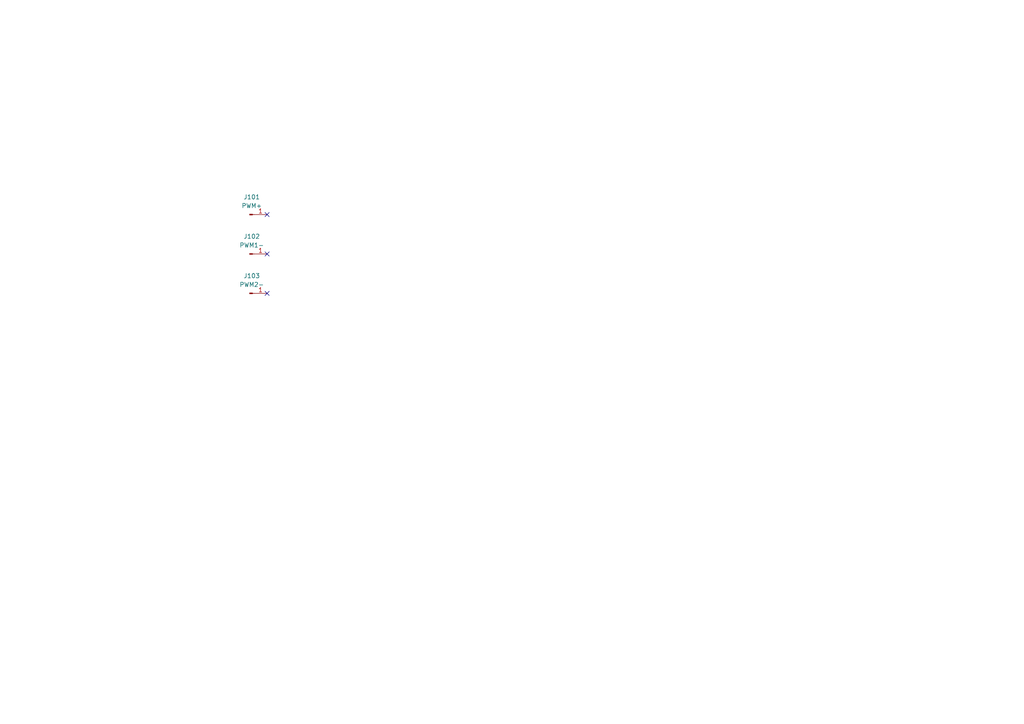
<source format=kicad_sch>
(kicad_sch (version 20230121) (generator eeschema)
  (paper "A4")
  (lib_symbols
    (symbol "Connector:Conn_01x01_Pin" (pin_names (offset 1.016) hide)
      (property "Reference" "J" (at 0 2.54 0))
      (property "Value" "Conn_01x01_Pin" (at 0 -2.54 0))
      (symbol "Conn_01x01_Pin_1_1"
        (polyline (pts (xy 1.27 0) (xy 0.8636 0)) (stroke (width 0.1524)))
        (rectangle (start 0.8636 0.127) (end 0 -0.127) (stroke (width 0.1524)) (fill (type outline)))
        (pin passive line (at 5.08 0 180) (length 3.81) (name "Pin_1") (number "1"))
      )
    )
  )
  (no_connect (at 77.47 62.23))
  (no_connect (at 77.47 73.66))
  (no_connect (at 77.47 85.09))
  (symbol (lib_id "Connector:Conn_01x01_Pin") (at 72.39 85.09 0) (unit 1)
    (property "Reference" "J103" (at 73.025 80.01 0))
    (property "Value" "PWM2-" (at 73.025 82.55 0))
    (property "Footprint" "my_small_pad:my_small_pad" (effects hide))
  )
  (symbol (lib_id "Connector:Conn_01x01_Pin") (at 72.39 62.23 0) (unit 1)
    (property "Reference" "J101" (at 73.025 57.15 0))
    (property "Value" "PWM+" (at 73.025 59.69 0))
    (property "Footprint" "my_small_pad:my_small_pad" (effects hide))
  )
  (symbol (lib_id "Connector:Conn_01x01_Pin") (at 72.39 73.66 0) (unit 1)
    (property "Reference" "J102" (at 73.025 68.58 0))
    (property "Value" "PWM1-" (at 73.025 71.12 0))
    (property "Footprint" "my_small_pad:my_small_pad" (effects hide))
  )
)
</source>
